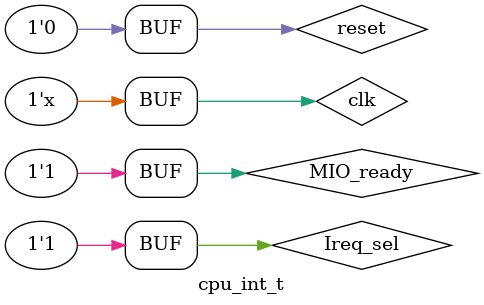
<source format=v>
`timescale 1ns / 1ps


module cpu_int_t;

	// Inputs
	reg clk;
	reg reset;
	reg MIO_ready;
	reg [31:0] data_in;
	reg Ireq_sel;
    reg Ireq;
	reg Ireq_hold;
	
	// Outputs
	wire [31:0] pc_out;
	wire [31:0] Inst;
	wire mem_w;
	wire [31:0] Addr_out;
	wire [31:0] data_out;
	wire breq_o;
	wire CPU_MIO;
	wire [4:0] state;
	wire Iack;
	
	// Instantiate the Unit Under Test (UUT)
	Muliti_cycle_Cpu uut (
		.clk(clk), 
		.reset(reset), 
		.MIO_ready(MIO_ready), 
		.pc_out(pc_out), 
		.Inst(Inst), 
		.mem_w(mem_w), 
		.Addr_out(Addr_out), 
		.data_out(data_out), 
		.data_in(data_in), 
		.breq_o(breq_o), 
		.CPU_MIO(CPU_MIO), 
		.state(state), 
		.Ireq(Ireq), 
		.Iack(Iack)
	);

	initial begin
		// Initialize Inputs
		clk = 0;
		reset = 1;
		MIO_ready = 0;
		Ireq_sel = 0;
		
		#10
		
		reset = 0;
		// Wait 100 ns for global reset to finish
		#100;
        
		// Add stimulus here
		MIO_ready = 1;
		Ireq_sel = 1;

	end
	
 always @(posedge clk or posedge reset) begin : proc_
   if(reset) begin
     Ireq <= 0;
     data_in = 32'h00000020;
   end else if(Iack) begin
     Ireq <= 0;
	 data_in = 32'h42000018;
   end else begin
     Ireq_hold <= Ireq_sel;
    if(!Ireq_hold && Ireq_sel) Ireq <= 1;
   end
 end

    always #1 clk=~clk;
endmodule

</source>
